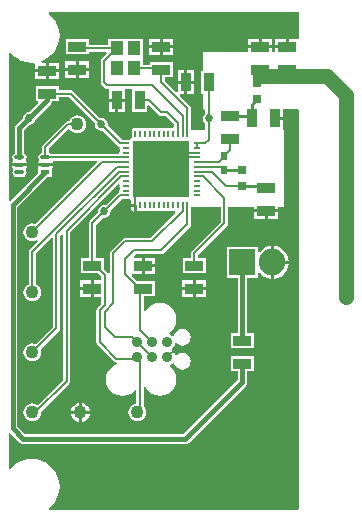
<source format=gtl>
G04 Layer_Physical_Order=1*
G04 Layer_Color=255*
%FSLAX25Y25*%
%MOIN*%
G70*
G01*
G75*
%ADD10R,0.06000X0.03500*%
%ADD11R,0.03150X0.01575*%
%ADD12O,0.03150X0.01575*%
%ADD13C,0.03500*%
%ADD14R,0.03500X0.06000*%
%ADD15R,0.03150X0.02953*%
%ADD16R,0.02000X0.02500*%
%ADD17R,0.04331X0.04724*%
%ADD18O,0.02559X0.00787*%
%ADD19O,0.00787X0.02559*%
%ADD20R,0.18504X0.18504*%
%ADD21C,0.01575*%
%ADD22C,0.00787*%
%ADD23C,0.00902*%
%ADD24C,0.05000*%
%ADD25C,0.04331*%
%ADD26R,0.08858X0.08858*%
%ADD27C,0.08858*%
%ADD28C,0.02700*%
G36*
X42393Y105598D02*
X42748Y105248D01*
X42748D01*
X42972Y104748D01*
X42918Y104476D01*
Y104091D01*
X44339D01*
Y103591D01*
X44709D01*
Y102705D01*
X44801Y102244D01*
X44839Y102187D01*
Y101383D01*
X44882Y101392D01*
X45317Y101683D01*
X45452Y101592D01*
X45913Y101500D01*
X46374Y101592D01*
X46701Y101810D01*
X47027Y101592D01*
X47488Y101500D01*
X47949Y101592D01*
X48276Y101810D01*
X48602Y101592D01*
X49063Y101500D01*
X49524Y101592D01*
X49850Y101810D01*
X50177Y101592D01*
X50638Y101500D01*
X51099Y101592D01*
X51425Y101810D01*
X51752Y101592D01*
X52213Y101500D01*
X52673Y101592D01*
X53000Y101810D01*
X53327Y101592D01*
X53787Y101500D01*
X54248Y101592D01*
X54575Y101810D01*
X54901Y101592D01*
X55362Y101500D01*
X55823Y101592D01*
X56150Y101810D01*
X56476Y101592D01*
X56937Y101500D01*
X57348Y101582D01*
X57425Y101578D01*
X57581Y101496D01*
X57677Y100885D01*
X49497Y92704D01*
X41000D01*
X40539Y92613D01*
X40148Y92352D01*
X40148Y92352D01*
X36149Y88352D01*
X35887Y87961D01*
X35796Y87500D01*
X35796Y87500D01*
Y80818D01*
X35296Y80769D01*
X35294Y80780D01*
X35033Y81170D01*
X35033Y81170D01*
X33787Y82416D01*
Y85838D01*
X31204D01*
Y97001D01*
X33603Y99400D01*
X34000Y99321D01*
X34834Y99487D01*
X35541Y99959D01*
X36013Y100666D01*
X36179Y101500D01*
X36100Y101897D01*
X39837Y105634D01*
X41976D01*
X42248Y105688D01*
X42393Y105598D01*
D02*
G37*
G36*
X99000Y159404D02*
X98646Y159050D01*
X95500D01*
Y156300D01*
X95000D01*
Y155800D01*
X91000D01*
Y154500D01*
X90354D01*
X90000Y154854D01*
Y155800D01*
X82000D01*
Y154500D01*
X67000D01*
Y148287D01*
X66263D01*
Y140713D01*
X67000D01*
Y135500D01*
X67242D01*
X67596Y135146D01*
Y134132D01*
X67459Y134041D01*
X66987Y133334D01*
X66821Y132500D01*
X66987Y131666D01*
X67459Y130959D01*
X67596Y130868D01*
Y128850D01*
X67242Y128497D01*
X63000D01*
X62866Y128941D01*
Y135839D01*
X62866Y135839D01*
X62774Y136300D01*
X62513Y136690D01*
X62513Y136690D01*
X59165Y140038D01*
X59356Y140500D01*
X60700D01*
Y144000D01*
X58450D01*
Y141406D01*
X57988Y141215D01*
X54204Y144999D01*
Y146163D01*
X56787D01*
Y151237D01*
X49213D01*
Y150358D01*
X46709D01*
Y152303D01*
X46709Y152303D01*
Y152697D01*
X46709D01*
X46709Y152803D01*
Y158996D01*
X35291D01*
Y157051D01*
X28787D01*
Y158837D01*
X21213D01*
Y153763D01*
X28787D01*
Y154642D01*
X34630D01*
X34837Y154142D01*
X33148Y152454D01*
X32887Y152063D01*
X32796Y151602D01*
X32796Y151602D01*
Y144500D01*
X32796Y144500D01*
X32887Y144039D01*
X33148Y143649D01*
X34148Y142648D01*
X34148Y142648D01*
X34539Y142387D01*
X35000Y142296D01*
X35450D01*
Y139000D01*
X40950D01*
Y142296D01*
X42766D01*
X43263Y142287D01*
Y134713D01*
X48337D01*
Y136752D01*
X48837Y136960D01*
X52148Y133649D01*
X52148Y133649D01*
X52539Y133387D01*
X53000Y133296D01*
X54501D01*
X57308Y130489D01*
Y129804D01*
X56937Y129500D01*
X56476Y129408D01*
X56150Y129190D01*
X55823Y129408D01*
X55362Y129500D01*
X54901Y129408D01*
X54575Y129190D01*
X54248Y129408D01*
X53787Y129500D01*
X53327Y129408D01*
X53000Y129190D01*
X52673Y129408D01*
X52213Y129500D01*
X51752Y129408D01*
X51425Y129190D01*
X51099Y129408D01*
X50638Y129500D01*
X50177Y129408D01*
X49850Y129190D01*
X49524Y129408D01*
X49063Y129500D01*
X48602Y129408D01*
X48276Y129190D01*
X47949Y129408D01*
X47488Y129500D01*
X47027Y129408D01*
X46701Y129190D01*
X46374Y129408D01*
X45913Y129500D01*
X45452Y129408D01*
X45126Y129190D01*
X44799Y129408D01*
X44339Y129500D01*
X43878Y129408D01*
X43487Y129147D01*
X43226Y128756D01*
X43134Y128295D01*
Y126524D01*
X43188Y126252D01*
X42878Y125752D01*
X42748D01*
Y125622D01*
X42248Y125312D01*
X41976Y125366D01*
X39837D01*
X35100Y130103D01*
X35179Y130500D01*
X35013Y131334D01*
X34541Y132041D01*
X33834Y132513D01*
X33000Y132679D01*
X32603Y132600D01*
X23652Y141552D01*
X23261Y141813D01*
X22800Y141904D01*
X22800Y141904D01*
X18787D01*
Y143237D01*
X11213D01*
Y138163D01*
X11739D01*
X11930Y137701D01*
X8886Y134657D01*
X8166Y134513D01*
X7459Y134041D01*
X6987Y133334D01*
X6843Y132614D01*
X4534Y130305D01*
X4186Y129784D01*
X4064Y129169D01*
X4064Y129169D01*
Y120906D01*
X3746Y120694D01*
X3399Y120174D01*
X3276Y119559D01*
X3399Y118945D01*
X3484Y118817D01*
X3593Y118289D01*
X3198Y117698D01*
X3159Y117500D01*
X8180D01*
X8140Y117698D01*
X7745Y118289D01*
X7855Y118817D01*
X7940Y118945D01*
X8062Y119559D01*
X7940Y120174D01*
X7592Y120694D01*
X7275Y120906D01*
Y128504D01*
X9114Y130343D01*
X9834Y130487D01*
X10541Y130959D01*
X11013Y131666D01*
X11157Y132386D01*
X16135Y137365D01*
X16483Y137886D01*
X16538Y138163D01*
X18787D01*
Y139496D01*
X22301D01*
X30900Y130897D01*
X30821Y130500D01*
X30987Y129666D01*
X31459Y128959D01*
X32166Y128487D01*
X33000Y128321D01*
X33397Y128400D01*
X38487Y123310D01*
X38487Y123310D01*
X38878Y123049D01*
X39084Y123008D01*
X39000Y122587D01*
X39092Y122126D01*
X39310Y121799D01*
X39092Y121473D01*
X39000Y121012D01*
X38696Y120641D01*
X16289D01*
X16253Y120694D01*
X15733Y121043D01*
X15535Y121082D01*
Y122332D01*
X22000Y128797D01*
X22638Y128728D01*
X22894Y128394D01*
X23511Y127921D01*
X24229Y127623D01*
X25000Y127522D01*
X25771Y127623D01*
X26489Y127921D01*
X27106Y128394D01*
X27579Y129011D01*
X27877Y129729D01*
X27978Y130500D01*
X27877Y131271D01*
X27579Y131989D01*
X27106Y132606D01*
X26489Y133079D01*
X25771Y133377D01*
X25000Y133478D01*
X24229Y133377D01*
X23511Y133079D01*
X22894Y132606D01*
X22421Y131989D01*
X22303Y131704D01*
X22000D01*
X21539Y131613D01*
X21148Y131352D01*
X21148Y131351D01*
X13479Y123682D01*
X13218Y123292D01*
X13126Y122831D01*
X13126Y122831D01*
Y121082D01*
X12929Y121043D01*
X12408Y120694D01*
X12060Y120174D01*
X11938Y119559D01*
X12060Y118945D01*
X12145Y118817D01*
X12255Y118289D01*
X11860Y117698D01*
X11820Y117500D01*
X16841D01*
X16802Y117698D01*
X16739Y117792D01*
X16974Y118233D01*
X31376D01*
X31568Y117771D01*
X11056Y97259D01*
X10771Y97377D01*
X10000Y97478D01*
X9229Y97377D01*
X8511Y97079D01*
X7894Y96606D01*
X7421Y95989D01*
X7123Y95271D01*
X7022Y94500D01*
X7123Y93729D01*
X7421Y93011D01*
X7894Y92394D01*
X8511Y91921D01*
X9229Y91623D01*
X10000Y91522D01*
X10771Y91623D01*
X11489Y91921D01*
X11777Y91520D01*
X9149Y88891D01*
X8887Y88500D01*
X8796Y88040D01*
X8796Y88040D01*
Y77197D01*
X8511Y77079D01*
X7894Y76606D01*
X7421Y75989D01*
X7123Y75271D01*
X7022Y74500D01*
X7123Y73729D01*
X7421Y73011D01*
X7894Y72394D01*
X8511Y71921D01*
X9229Y71623D01*
X10000Y71522D01*
X10771Y71623D01*
X11489Y71921D01*
X12106Y72394D01*
X12579Y73011D01*
X12877Y73729D01*
X12978Y74500D01*
X12877Y75271D01*
X12579Y75989D01*
X12106Y76606D01*
X11489Y77079D01*
X11204Y77197D01*
Y87541D01*
X16334Y92670D01*
X16796Y92479D01*
Y62999D01*
X11056Y57259D01*
X10771Y57377D01*
X10000Y57478D01*
X9229Y57377D01*
X8511Y57079D01*
X7894Y56606D01*
X7421Y55989D01*
X7123Y55271D01*
X7022Y54500D01*
X7123Y53729D01*
X7421Y53011D01*
X7894Y52394D01*
X8511Y51921D01*
X9229Y51623D01*
X10000Y51522D01*
X10771Y51623D01*
X11489Y51921D01*
X12106Y52394D01*
X12579Y53011D01*
X12877Y53729D01*
X12978Y54500D01*
X12877Y55271D01*
X12759Y55556D01*
X18851Y61648D01*
X19113Y62039D01*
X19204Y62500D01*
X19204Y62500D01*
Y93314D01*
X19759Y93868D01*
X20221Y93677D01*
Y45424D01*
X11708Y36911D01*
X11489Y37079D01*
X10771Y37377D01*
X10000Y37478D01*
X9229Y37377D01*
X8511Y37079D01*
X7894Y36606D01*
X7421Y35989D01*
X7123Y35271D01*
X7022Y34500D01*
X7123Y33729D01*
X7421Y33011D01*
X7894Y32394D01*
X8511Y31921D01*
X9229Y31623D01*
X10000Y31522D01*
X10771Y31623D01*
X11489Y31921D01*
X12106Y32394D01*
X12579Y33011D01*
X12877Y33729D01*
X12978Y34500D01*
X12946Y34743D01*
X22277Y44074D01*
X22538Y44464D01*
X22629Y44925D01*
X22629Y44925D01*
Y94512D01*
X38586Y110469D01*
X39047Y110222D01*
X39000Y109988D01*
X39092Y109527D01*
X39310Y109201D01*
X39092Y108874D01*
X39000Y108413D01*
X39084Y107992D01*
X38878Y107951D01*
X38487Y107690D01*
X38487Y107690D01*
X34397Y103600D01*
X34000Y103679D01*
X33166Y103513D01*
X32459Y103041D01*
X31987Y102334D01*
X31821Y101500D01*
X31900Y101103D01*
X29149Y98352D01*
X28887Y97961D01*
X28796Y97500D01*
X28796Y97500D01*
Y85838D01*
X26213D01*
Y80763D01*
X32034D01*
X32977Y79820D01*
Y78450D01*
X30500D01*
Y75700D01*
Y72950D01*
X32977D01*
Y70689D01*
X31717Y69430D01*
X31456Y69039D01*
X31365Y68578D01*
X31365Y68578D01*
Y57799D01*
X31365Y57799D01*
X31456Y57338D01*
X31717Y56948D01*
X37148Y51517D01*
X37148Y51517D01*
X37539Y51256D01*
X38000Y51164D01*
X38179Y50728D01*
X38192Y50664D01*
X37245Y50272D01*
X36104Y49396D01*
X35228Y48255D01*
X34678Y46926D01*
X34490Y45500D01*
X34678Y44074D01*
X35228Y42745D01*
X36104Y41604D01*
X37245Y40729D01*
X38574Y40178D01*
X40000Y39990D01*
X41426Y40178D01*
X42755Y40729D01*
X43896Y41604D01*
X44179Y41972D01*
X44652Y41812D01*
Y37433D01*
X44229Y37377D01*
X43511Y37079D01*
X42894Y36606D01*
X42421Y35989D01*
X42123Y35271D01*
X42022Y34500D01*
X42123Y33729D01*
X42421Y33011D01*
X42894Y32394D01*
X43511Y31921D01*
X44229Y31623D01*
X45000Y31522D01*
X45771Y31623D01*
X46489Y31921D01*
X47106Y32394D01*
X47579Y33011D01*
X47877Y33729D01*
X47978Y34500D01*
X47877Y35271D01*
X47579Y35989D01*
X47106Y36606D01*
X47060Y36641D01*
Y43051D01*
X47561Y43150D01*
X47728Y42745D01*
X48604Y41604D01*
X49745Y40729D01*
X51074Y40178D01*
X52500Y39990D01*
X53926Y40178D01*
X55255Y40729D01*
X56396Y41604D01*
X57272Y42745D01*
X57822Y44074D01*
X58010Y45500D01*
X57822Y46926D01*
X57272Y48255D01*
X56396Y49396D01*
X55793Y49859D01*
X55909Y50400D01*
X56387Y50598D01*
X56810Y50923D01*
X57251Y50807D01*
X57269Y50799D01*
X57354Y50732D01*
X57608Y50119D01*
X58047Y49547D01*
X58619Y49108D01*
X59285Y48832D01*
X60000Y48738D01*
X60715Y48832D01*
X61381Y49108D01*
X61953Y49547D01*
X62392Y50119D01*
X62668Y50785D01*
X62762Y51500D01*
X62668Y52215D01*
X62392Y52881D01*
X61953Y53453D01*
X61381Y53892D01*
X60715Y54168D01*
X60000Y54262D01*
X59285Y54168D01*
X58619Y53892D01*
X58203Y53572D01*
X57737Y53702D01*
X57661Y53763D01*
X57402Y54387D01*
X56961Y54961D01*
X56476Y55334D01*
X56422Y55688D01*
X56450Y55917D01*
X56829Y56171D01*
X57390Y57010D01*
X57481Y57464D01*
X58015Y57589D01*
X58047Y57547D01*
X58619Y57108D01*
X59285Y56832D01*
X60000Y56738D01*
X60715Y56832D01*
X61381Y57108D01*
X61953Y57547D01*
X62392Y58119D01*
X62668Y58785D01*
X62762Y59500D01*
X62668Y60215D01*
X62392Y60881D01*
X61953Y61453D01*
X61381Y61892D01*
X60715Y62168D01*
X60000Y62262D01*
X59285Y62168D01*
X58619Y61892D01*
X58047Y61453D01*
X57608Y60881D01*
X57332Y60215D01*
X57306Y60016D01*
X57031Y59908D01*
X56781Y59861D01*
X55990Y60390D01*
X55708Y60446D01*
X55584Y60981D01*
X56396Y61604D01*
X57272Y62745D01*
X57822Y64074D01*
X58010Y65500D01*
X57822Y66926D01*
X57272Y68255D01*
X56396Y69396D01*
X55255Y70272D01*
X53926Y70822D01*
X52500Y71010D01*
X51074Y70822D01*
X49745Y70272D01*
X48604Y69396D01*
X47728Y68255D01*
X47695Y68173D01*
X47204Y68271D01*
Y73163D01*
X50787D01*
Y78237D01*
X44966D01*
X43153Y80050D01*
X43360Y80550D01*
X46500D01*
Y83300D01*
Y86050D01*
X43906D01*
X43715Y86512D01*
X44499Y87296D01*
X53000D01*
X53000Y87296D01*
X53461Y87388D01*
X53851Y87648D01*
X62513Y96310D01*
X62513Y96310D01*
X62774Y96701D01*
X62866Y97162D01*
X62866Y97162D01*
Y102353D01*
X63000Y102797D01*
X72796D01*
Y97999D01*
X63148Y88352D01*
X62887Y87961D01*
X62796Y87500D01*
X62796Y87500D01*
Y85838D01*
X60213D01*
Y80763D01*
X67787D01*
Y85838D01*
X65204D01*
Y87001D01*
X74852Y96649D01*
X74852Y96649D01*
X75113Y97039D01*
X75204Y97500D01*
X75204Y97500D01*
Y102797D01*
X84000D01*
Y102200D01*
X92000D01*
Y102797D01*
X94000D01*
Y128497D01*
X93550Y128500D01*
Y132000D01*
X90800D01*
Y133000D01*
X93550D01*
Y135500D01*
X98646D01*
X99000Y135146D01*
X99000Y2431D01*
X98646Y2077D01*
X15610D01*
X15431Y2577D01*
X16352Y3333D01*
X17497Y4728D01*
X18348Y6320D01*
X18871Y8047D01*
X19048Y9843D01*
X18871Y11638D01*
X18348Y13365D01*
X17497Y14957D01*
X16352Y16352D01*
X14957Y17497D01*
X13365Y18348D01*
X11638Y18871D01*
X9843Y19048D01*
X8047Y18871D01*
X6320Y18348D01*
X4728Y17497D01*
X3333Y16352D01*
X2577Y15431D01*
X2077Y15610D01*
Y27445D01*
X2577Y27652D01*
X5865Y24365D01*
X5865Y24365D01*
X6385Y24017D01*
X7000Y23894D01*
X7000Y23894D01*
X61000D01*
X61000Y23894D01*
X61615Y24017D01*
X62135Y24365D01*
X81135Y43365D01*
X81135Y43365D01*
X81483Y43886D01*
X81606Y44500D01*
X81606Y44500D01*
Y48163D01*
X83787D01*
Y53237D01*
X76213D01*
Y48163D01*
X78394D01*
Y45165D01*
X60335Y27106D01*
X7665D01*
X4995Y29775D01*
Y102835D01*
X15027Y112866D01*
X16693D01*
Y116016D01*
X16693Y116016D01*
X16767Y116251D01*
X16802Y116303D01*
X16841Y116500D01*
X11820D01*
X11860Y116303D01*
X11969Y116016D01*
X11969Y116016D01*
X11969Y116016D01*
Y114349D01*
X2577Y104958D01*
X2077Y105166D01*
Y154390D01*
X2577Y154569D01*
X3333Y153648D01*
X4728Y152503D01*
X6320Y151653D01*
X8047Y151129D01*
X9843Y150952D01*
X10500Y151016D01*
X11000Y150563D01*
Y148800D01*
X14500D01*
Y151050D01*
X13102D01*
X13028Y151550D01*
X13365Y151653D01*
X14957Y152503D01*
X16352Y153648D01*
X17497Y155043D01*
X18348Y156635D01*
X18871Y158361D01*
X19048Y160158D01*
X18871Y161953D01*
X18348Y163680D01*
X17497Y165272D01*
X16352Y166667D01*
X15431Y167423D01*
X15610Y167923D01*
X99000D01*
Y159404D01*
D02*
G37*
%LPC*%
G36*
X90500Y89910D02*
Y85000D01*
X95410D01*
X95289Y85917D01*
X94742Y87238D01*
X93872Y88372D01*
X92738Y89242D01*
X91417Y89789D01*
X90500Y89910D01*
D02*
G37*
G36*
X51000Y86050D02*
X47500D01*
Y83800D01*
X51000D01*
Y86050D01*
D02*
G37*
G36*
X95410Y84000D02*
X90500D01*
Y79090D01*
X91417Y79211D01*
X92738Y79758D01*
X93872Y80628D01*
X94742Y81762D01*
X95289Y83083D01*
X95410Y84000D01*
D02*
G37*
G36*
X51000Y82800D02*
X47500D01*
Y80550D01*
X51000D01*
Y82800D01*
D02*
G37*
G36*
X92000Y101200D02*
X88500D01*
Y98950D01*
X92000D01*
Y101200D01*
D02*
G37*
G36*
X43839Y103091D02*
X42918D01*
Y102705D01*
X43026Y102161D01*
X43334Y101700D01*
X43795Y101392D01*
X43839Y101383D01*
Y103091D01*
D02*
G37*
G36*
X89500Y89910D02*
X88583Y89789D01*
X87262Y89242D01*
X86128Y88372D01*
X85716Y87836D01*
X85216Y88006D01*
Y89717D01*
X74783D01*
Y79283D01*
X78394D01*
Y60838D01*
X76213D01*
Y55763D01*
X83787D01*
Y60838D01*
X81606D01*
Y79283D01*
X85216D01*
Y80994D01*
X85716Y81164D01*
X86128Y80628D01*
X87262Y79758D01*
X88583Y79211D01*
X89500Y79090D01*
Y84500D01*
Y89910D01*
D02*
G37*
G36*
X87500Y101200D02*
X84000D01*
Y98950D01*
X87500D01*
Y101200D01*
D02*
G37*
G36*
X68000Y78450D02*
X64500D01*
Y76200D01*
X68000D01*
Y78450D01*
D02*
G37*
G36*
X25500Y37627D02*
X25174Y37584D01*
X24404Y37265D01*
X23742Y36758D01*
X23235Y36096D01*
X22916Y35326D01*
X22873Y35000D01*
X25500D01*
Y37627D01*
D02*
G37*
G36*
X26500D02*
Y35000D01*
X29127D01*
X29084Y35326D01*
X28765Y36096D01*
X28258Y36758D01*
X27596Y37265D01*
X26826Y37584D01*
X26500Y37627D01*
D02*
G37*
G36*
X25500Y34000D02*
X22873D01*
X22916Y33674D01*
X23235Y32904D01*
X23742Y32243D01*
X24404Y31735D01*
X25174Y31416D01*
X25500Y31373D01*
Y34000D01*
D02*
G37*
G36*
X29127D02*
X26500D01*
Y31373D01*
X26826Y31416D01*
X27596Y31735D01*
X28258Y32243D01*
X28765Y32904D01*
X29084Y33674D01*
X29127Y34000D01*
D02*
G37*
G36*
X29500Y75200D02*
X26000D01*
Y72950D01*
X29500D01*
Y75200D01*
D02*
G37*
G36*
Y78450D02*
X26000D01*
Y76200D01*
X29500D01*
Y78450D01*
D02*
G37*
G36*
X63500D02*
X60000D01*
Y76200D01*
X63500D01*
Y78450D01*
D02*
G37*
G36*
Y75200D02*
X60000D01*
Y72950D01*
X63500D01*
Y75200D01*
D02*
G37*
G36*
X68000D02*
X64500D01*
Y72950D01*
X68000D01*
Y75200D01*
D02*
G37*
G36*
X8180Y116500D02*
X3159D01*
X3198Y116303D01*
X3593Y115711D01*
X3484Y115183D01*
X3399Y115055D01*
X3276Y114441D01*
X3399Y113827D01*
X3746Y113306D01*
X4267Y112958D01*
X4882Y112835D01*
X6457D01*
X7071Y112958D01*
X7592Y113306D01*
X7940Y113827D01*
X8062Y114441D01*
X7940Y115055D01*
X7855Y115183D01*
X7745Y115711D01*
X8140Y116303D01*
X8180Y116500D01*
D02*
G37*
G36*
X52500Y155800D02*
X49000D01*
Y153550D01*
X52500D01*
Y155800D01*
D02*
G37*
G36*
X57000D02*
X53500D01*
Y153550D01*
X57000D01*
Y155800D01*
D02*
G37*
G36*
X24500Y151450D02*
X21000D01*
Y149200D01*
X24500D01*
Y151450D01*
D02*
G37*
G36*
X29000D02*
X25500D01*
Y149200D01*
X29000D01*
Y151450D01*
D02*
G37*
G36*
X52500Y159050D02*
X49000D01*
Y156800D01*
X52500D01*
Y159050D01*
D02*
G37*
G36*
X90000D02*
X86500D01*
Y156800D01*
X90000D01*
Y159050D01*
D02*
G37*
G36*
X94500D02*
X91000D01*
Y156800D01*
X94500D01*
Y159050D01*
D02*
G37*
G36*
X57000D02*
X53500D01*
Y156800D01*
X57000D01*
Y159050D01*
D02*
G37*
G36*
X85500D02*
X82000D01*
Y156800D01*
X85500D01*
Y159050D01*
D02*
G37*
G36*
X19000Y151050D02*
X15500D01*
Y148800D01*
X19000D01*
Y151050D01*
D02*
G37*
G36*
X63950Y144000D02*
X61700D01*
Y140500D01*
X63950D01*
Y144000D01*
D02*
G37*
G36*
X60700Y148500D02*
X58450D01*
Y145000D01*
X60700D01*
Y148500D01*
D02*
G37*
G36*
X37700Y138000D02*
X35450D01*
Y134500D01*
X37700D01*
Y138000D01*
D02*
G37*
G36*
X40950D02*
X38700D01*
Y134500D01*
X40950D01*
Y138000D01*
D02*
G37*
G36*
X63950Y148500D02*
X61700D01*
Y145000D01*
X63950D01*
Y148500D01*
D02*
G37*
G36*
X24500Y148200D02*
X21000D01*
Y145950D01*
X24500D01*
Y148200D01*
D02*
G37*
G36*
X29000D02*
X25500D01*
Y145950D01*
X29000D01*
Y148200D01*
D02*
G37*
G36*
X14500Y147800D02*
X11000D01*
Y145550D01*
X14500D01*
Y147800D01*
D02*
G37*
G36*
X19000D02*
X15500D01*
Y145550D01*
X19000D01*
Y147800D01*
D02*
G37*
%LPD*%
D10*
X80000Y58300D02*
D03*
Y50700D02*
D03*
X88000Y109300D02*
D03*
Y101700D02*
D03*
X30000Y83300D02*
D03*
Y75700D02*
D03*
X64000Y83300D02*
D03*
Y75700D02*
D03*
X47000Y83300D02*
D03*
Y75700D02*
D03*
X76000Y125700D02*
D03*
Y133300D02*
D03*
X86000Y148700D02*
D03*
Y156300D02*
D03*
X95000Y148700D02*
D03*
Y156300D02*
D03*
X15000Y140700D02*
D03*
Y148300D02*
D03*
X53000Y156300D02*
D03*
Y148700D02*
D03*
X25000D02*
D03*
Y156300D02*
D03*
D11*
X14331Y114441D02*
D03*
D12*
Y117000D02*
D03*
Y119559D02*
D03*
X5669Y114441D02*
D03*
Y117000D02*
D03*
Y119559D02*
D03*
D13*
X45000Y58000D02*
D03*
Y53000D02*
D03*
X50000D02*
D03*
X55000D02*
D03*
Y58000D02*
D03*
X50000D02*
D03*
D14*
X83200Y132500D02*
D03*
X90800D02*
D03*
X68800Y144500D02*
D03*
X61200D02*
D03*
X45800Y138500D02*
D03*
X38200D02*
D03*
D15*
X80000Y109843D02*
D03*
Y115157D02*
D03*
X85000Y144158D02*
D03*
Y138843D02*
D03*
D16*
X74000Y115236D02*
D03*
Y119764D02*
D03*
D17*
X43756Y149154D02*
D03*
Y155847D02*
D03*
X38244D02*
D03*
Y149154D02*
D03*
D18*
X41091Y124162D02*
D03*
Y122587D02*
D03*
Y121012D02*
D03*
Y119437D02*
D03*
Y117862D02*
D03*
Y116287D02*
D03*
Y114713D02*
D03*
Y113138D02*
D03*
Y111563D02*
D03*
Y109988D02*
D03*
Y108413D02*
D03*
Y106839D02*
D03*
X64909D02*
D03*
Y108413D02*
D03*
Y109988D02*
D03*
Y111563D02*
D03*
Y113138D02*
D03*
Y114713D02*
D03*
Y116288D02*
D03*
Y117862D02*
D03*
Y119437D02*
D03*
Y121012D02*
D03*
Y122587D02*
D03*
Y124162D02*
D03*
D19*
X44339Y103591D02*
D03*
X45913D02*
D03*
X47488D02*
D03*
X49063D02*
D03*
X50638D02*
D03*
X52213D02*
D03*
X53787D02*
D03*
X55362D02*
D03*
X56937D02*
D03*
X58512D02*
D03*
X60087D02*
D03*
X61661D02*
D03*
Y127410D02*
D03*
X60087D02*
D03*
X58512D02*
D03*
X56937D02*
D03*
X55362D02*
D03*
X53787D02*
D03*
X52213D02*
D03*
X50638D02*
D03*
X49063D02*
D03*
X47488D02*
D03*
X45913D02*
D03*
X44339D02*
D03*
D20*
X53000Y115500D02*
D03*
D21*
X80000Y44500D02*
Y50700D01*
Y58300D02*
Y84500D01*
X15000Y138500D02*
Y140700D01*
X87458Y109843D02*
X88000Y109300D01*
X5669Y119559D02*
Y129169D01*
X9000Y132500D01*
X15000Y138500D01*
X7000Y25500D02*
X61000D01*
X80000Y44500D01*
X3390Y29110D02*
Y103500D01*
Y29110D02*
X7000Y25500D01*
X3390Y103500D02*
X14331Y114441D01*
D22*
X41000Y80500D02*
Y85500D01*
X45800Y75700D02*
X47000D01*
X41000Y80500D02*
X45800Y75700D01*
X41000Y85500D02*
X44000Y88500D01*
X53000D01*
X10000Y94500D02*
X33362Y117862D01*
X10000Y54500D02*
X18000Y62500D01*
X60087Y127410D02*
Y133413D01*
X61661Y97162D02*
Y103591D01*
X53000Y88500D02*
X61661Y97162D01*
X37000Y87500D02*
X41000Y91500D01*
X49995D01*
X60087Y101591D01*
Y103591D01*
X64000Y87500D02*
X74000Y97500D01*
X64000Y83300D02*
Y87500D01*
X67661Y124162D02*
X68800Y125300D01*
X64909Y124162D02*
X67661D01*
X30000Y83300D02*
Y97500D01*
X33362Y117862D02*
X41091D01*
X14453Y119437D02*
X41091D01*
X10000Y34500D02*
X11000D01*
X14331Y119559D02*
X14453Y119437D01*
X14331Y119559D02*
Y122831D01*
X22000Y130500D01*
X25000D01*
X11000Y34500D02*
X21425Y44925D01*
X72098Y117862D02*
X74000Y119764D01*
X64909Y117862D02*
X72098D01*
X64909Y116288D02*
X72949D01*
X74000Y115236D01*
X64909Y113138D02*
X66909D01*
X74000Y106047D01*
Y97500D02*
Y106047D01*
X64909Y114713D02*
X69787D01*
X74657Y109843D01*
X80000D01*
X74000Y119764D02*
X76000Y121764D01*
Y125700D01*
X39339Y124162D02*
X41091D01*
X15000Y140700D02*
X22800D01*
X44339Y103591D02*
Y106839D01*
X45913Y108413D01*
X56937Y119437D02*
X58512Y121012D01*
X64909Y122587D02*
Y124162D01*
X38248Y116287D02*
X41091D01*
X10000Y74500D02*
Y88040D01*
X38900Y114713D02*
X41091D01*
X18000Y62500D02*
Y93813D01*
X39552Y113138D02*
X41091D01*
X21425Y44925D02*
Y95011D01*
X10000Y88040D02*
X38248Y116287D01*
X18000Y93813D02*
X38900Y114713D01*
X21425Y95011D02*
X39552Y113138D01*
X30000Y97500D02*
X34000Y101500D01*
X39339Y106839D01*
X41091D01*
X22800Y140700D02*
X33000Y130500D01*
X39339Y124162D01*
X68800Y125300D02*
Y144500D01*
X37574Y59644D02*
X43356D01*
X45000Y58000D01*
X50000Y53000D01*
X46000Y62000D02*
X50000Y58000D01*
X46000Y62000D02*
Y74700D01*
X47000Y75700D01*
X64000Y59071D02*
Y75700D01*
X59561Y54632D02*
X64000Y59071D01*
X56632Y54632D02*
X59561D01*
X55000Y53000D02*
X56632Y54632D01*
X45000Y52368D02*
Y53000D01*
Y34500D02*
X45856Y35356D01*
Y52144D01*
X45000Y53000D02*
X45856Y52144D01*
X37000Y70782D02*
Y87500D01*
X34144Y63074D02*
Y67926D01*
Y63074D02*
X37574Y59644D01*
X34144Y67926D02*
X37000Y70782D01*
X32569Y68578D02*
X34181Y70190D01*
X32569Y57799D02*
Y68578D01*
Y57799D02*
X38000Y52368D01*
X45000D01*
X30000Y83300D02*
X31200D01*
X34181Y80319D01*
Y70190D02*
Y80319D01*
X58512Y127410D02*
Y130988D01*
X61661Y127410D02*
Y135839D01*
X45800Y138500D02*
X49000D01*
X53000Y134500D01*
X55000D01*
X58512Y130988D01*
X50000Y143500D02*
X60087Y133413D01*
X35000Y143500D02*
X50000D01*
X34000Y144500D02*
X35000Y143500D01*
X34000Y144500D02*
Y151602D01*
X38244Y155847D01*
X25453D02*
X38244D01*
X25000Y156300D02*
X25453Y155847D01*
X53000Y144500D02*
X61661Y135839D01*
X53000Y144500D02*
Y148700D01*
X52547Y149154D02*
X53000Y148700D01*
X43756Y149154D02*
X52547D01*
X55362Y117862D02*
X56937Y119437D01*
X58512Y121012D02*
X64909D01*
X56937Y119437D02*
X64909D01*
D23*
X80000Y109843D02*
X87458D01*
X74000Y115236D02*
X79921D01*
X80000Y115157D01*
X85000Y144158D02*
Y148700D01*
X86000Y149700D01*
X83200Y132500D02*
X83600Y132900D01*
X83200Y132500D02*
Y133300D01*
Y137043D01*
X85000Y138843D01*
X76000Y133300D02*
X83200D01*
D24*
X108261Y146500D02*
X114400Y140361D01*
X86000Y146500D02*
X108261D01*
X114400Y72965D02*
Y140361D01*
D25*
X10000Y34500D02*
D03*
X26000D02*
D03*
X10000Y54500D02*
D03*
Y74500D02*
D03*
Y94500D02*
D03*
X25000Y130500D02*
D03*
X45000Y34500D02*
D03*
D26*
X80000Y84500D02*
D03*
D27*
X90000D02*
D03*
D28*
X34000Y101500D02*
D03*
X9000Y132500D02*
D03*
X33000Y130500D02*
D03*
X69000Y132500D02*
D03*
X45913Y122587D02*
D03*
X50638D02*
D03*
X55362D02*
D03*
X60087D02*
D03*
X45913Y117862D02*
D03*
X50638D02*
D03*
X55362D02*
D03*
X60087D02*
D03*
X45913Y113138D02*
D03*
X50638D02*
D03*
X55362D02*
D03*
X60087D02*
D03*
X45913Y108413D02*
D03*
X50638D02*
D03*
X55362D02*
D03*
X60087D02*
D03*
M02*

</source>
